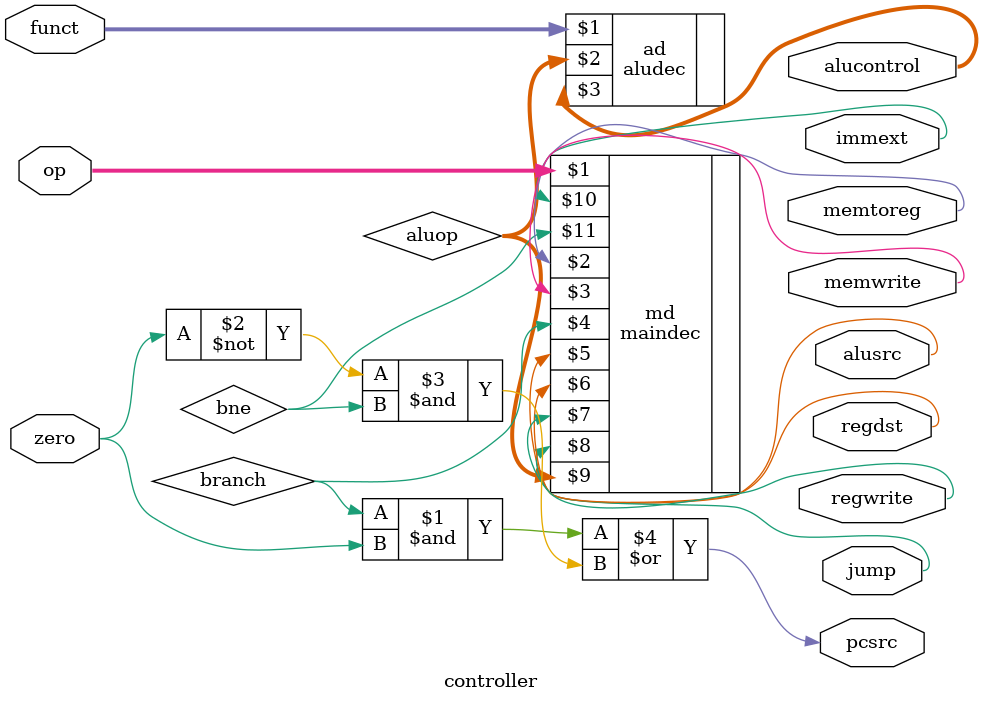
<source format=sv>
`timescale 1ns / 1ps


module controller(
input logic [5:0]op,funct,
input logic zero,
output logic memtoreg,memwrite,
output logic pcsrc,alusrc,
output logic regdst,regwrite,
output logic jump,
output logic[2:0]alucontrol,
output logic immext //+
    );
    
logic [2:0]aluop;//2->3
logic branch,bne;//+bne

maindec md(op,memtoreg,memwrite,branch,
            alusrc,regdst,regwrite,jump,aluop,immext,bne);//+immext,bne
aludec ad(funct,aluop,alucontrol);
assign pcsrc = (branch & zero) | ((~zero) & bne);//+pcsrc
endmodule

</source>
